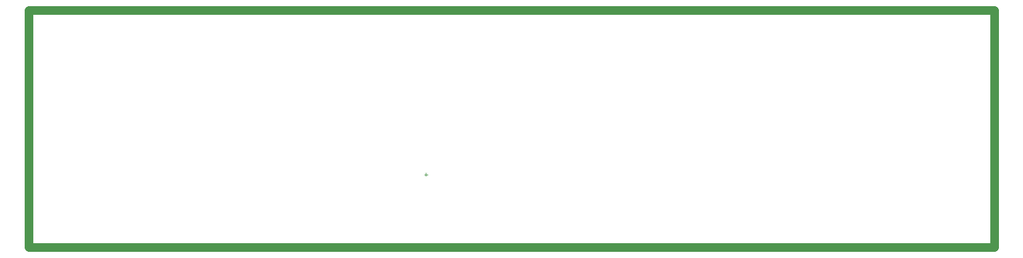
<source format=gm1>
G04*
G04 #@! TF.GenerationSoftware,Altium Limited,Altium Designer,19.1.7 (138)*
G04*
G04 Layer_Color=16711935*
%FSLAX25Y25*%
%MOIN*%
G70*
G01*
G75*
%ADD10C,0.00394*%
%ADD49C,0.04724*%
D10*
X214567Y-89370D02*
Y-87795D01*
X213779Y-88583D02*
X215354D01*
D49*
X0Y-127953D02*
Y0D01*
Y-127953D02*
X521654D01*
Y0D01*
X0D02*
X521654D01*
M02*

</source>
